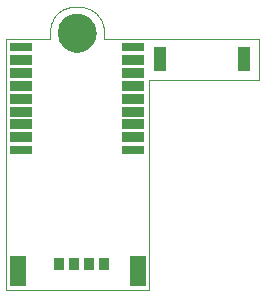
<source format=gbs>
G75*
%MOIN*%
%OFA0B0*%
%FSLAX24Y24*%
%IPPOS*%
%LPD*%
%AMOC8*
5,1,8,0,0,1.08239X$1,22.5*
%
%ADD10C,0.0000*%
%ADD11C,0.1290*%
%ADD12R,0.0434X0.0827*%
%ADD13R,0.0749X0.0316*%
%ADD14R,0.0749X0.0355*%
%ADD15R,0.0540X0.1040*%
%ADD16R,0.0360X0.0390*%
D10*
X007150Y007500D02*
X007150Y015875D01*
X008619Y015875D01*
X008619Y016168D01*
X008619Y016169D02*
X008622Y016222D01*
X008629Y016275D01*
X008639Y016328D01*
X008652Y016380D01*
X008670Y016431D01*
X008690Y016480D01*
X008714Y016528D01*
X008742Y016574D01*
X008772Y016618D01*
X008805Y016660D01*
X008841Y016700D01*
X008880Y016737D01*
X008921Y016772D01*
X008964Y016803D01*
X009010Y016832D01*
X009057Y016857D01*
X009106Y016879D01*
X009156Y016898D01*
X009207Y016913D01*
X009260Y016925D01*
X009313Y016933D01*
X009366Y016937D01*
X009420Y016938D01*
X009419Y016938D02*
X009556Y016938D01*
X009555Y016938D02*
X009612Y016937D01*
X009668Y016932D01*
X009724Y016924D01*
X009780Y016911D01*
X009834Y016895D01*
X009887Y016875D01*
X009938Y016852D01*
X009988Y016825D01*
X010036Y016795D01*
X010082Y016762D01*
X010125Y016725D01*
X010166Y016686D01*
X010204Y016644D01*
X010239Y016600D01*
X010271Y016553D01*
X010300Y016504D01*
X010325Y016454D01*
X010347Y016401D01*
X010365Y016348D01*
X010379Y016293D01*
X010390Y016237D01*
X010397Y016181D01*
X010400Y016125D01*
X010400Y016124D02*
X010400Y015875D01*
X015584Y015875D01*
X015584Y014503D01*
X011900Y014503D01*
X011900Y014250D01*
X011898Y007500D01*
X007150Y007500D01*
X008875Y016064D02*
X008877Y016114D01*
X008883Y016163D01*
X008893Y016212D01*
X008906Y016259D01*
X008924Y016306D01*
X008945Y016351D01*
X008969Y016394D01*
X008997Y016435D01*
X009028Y016474D01*
X009062Y016510D01*
X009099Y016544D01*
X009139Y016574D01*
X009180Y016601D01*
X009224Y016625D01*
X009269Y016645D01*
X009316Y016661D01*
X009364Y016674D01*
X009413Y016683D01*
X009463Y016688D01*
X009512Y016689D01*
X009562Y016686D01*
X009611Y016679D01*
X009660Y016668D01*
X009707Y016654D01*
X009753Y016635D01*
X009798Y016613D01*
X009841Y016588D01*
X009881Y016559D01*
X009919Y016527D01*
X009955Y016493D01*
X009988Y016455D01*
X010017Y016415D01*
X010043Y016373D01*
X010066Y016329D01*
X010085Y016283D01*
X010101Y016236D01*
X010113Y016187D01*
X010121Y016138D01*
X010125Y016089D01*
X010125Y016039D01*
X010121Y015990D01*
X010113Y015941D01*
X010101Y015892D01*
X010085Y015845D01*
X010066Y015799D01*
X010043Y015755D01*
X010017Y015713D01*
X009988Y015673D01*
X009955Y015635D01*
X009919Y015601D01*
X009881Y015569D01*
X009841Y015540D01*
X009798Y015515D01*
X009753Y015493D01*
X009707Y015474D01*
X009660Y015460D01*
X009611Y015449D01*
X009562Y015442D01*
X009512Y015439D01*
X009463Y015440D01*
X009413Y015445D01*
X009364Y015454D01*
X009316Y015467D01*
X009269Y015483D01*
X009224Y015503D01*
X009180Y015527D01*
X009139Y015554D01*
X009099Y015584D01*
X009062Y015618D01*
X009028Y015654D01*
X008997Y015693D01*
X008969Y015734D01*
X008945Y015777D01*
X008924Y015822D01*
X008906Y015869D01*
X008893Y015916D01*
X008883Y015965D01*
X008877Y016014D01*
X008875Y016064D01*
D11*
X009500Y016064D03*
D12*
X012275Y015189D03*
X015070Y015189D03*
D13*
X011381Y015593D03*
X011381Y012168D03*
X007641Y012168D03*
X007641Y015593D03*
D14*
X007641Y015180D03*
X007641Y014746D03*
X007641Y014313D03*
X007641Y013880D03*
X007641Y013447D03*
X007641Y013014D03*
X007641Y012581D03*
X011381Y012581D03*
X011381Y013014D03*
X011381Y013447D03*
X011381Y013880D03*
X011381Y014313D03*
X011381Y014746D03*
X011381Y015180D03*
D15*
X011525Y008125D03*
X007525Y008125D03*
D16*
X008900Y008375D03*
X009400Y008375D03*
X009900Y008375D03*
X010400Y008375D03*
M02*

</source>
